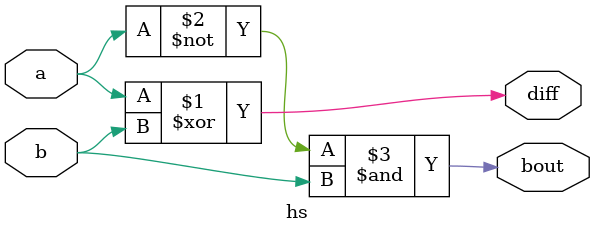
<source format=v>
`timescale 1ns / 1ps

module hs(
    input a,b,
    output diff,bout
    );
    
    assign diff = a^b;
    assign bout = ~a&b;
endmodule

</source>
